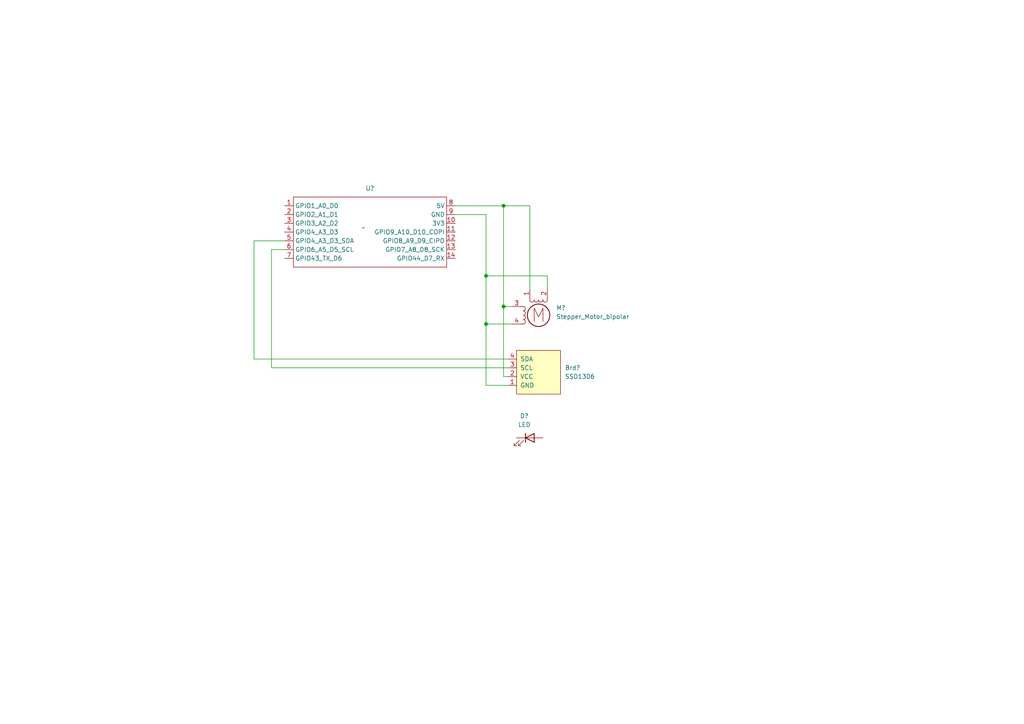
<source format=kicad_sch>
(kicad_sch (version 20230121) (generator eeschema)
  (paper "A4")
  (lib_symbols
    (symbol "Device:LED" (pin_numbers hide) (pin_names (offset 1.016) hide)
      (property "Reference" "D" (at 0 2.54 0))
      (property "Value" "LED" (at 0 -2.54 0))
      (symbol "LED_0_1"
        (polyline (pts (xy -1.27 -1.27) (xy -1.27 1.27)) (stroke (width 0.254)))
        (polyline (pts (xy -1.27 0) (xy 1.27 0)))
        (polyline (pts (xy 1.27 -1.27) (xy 1.27 1.27) (xy -1.27 0) (xy 1.27 -1.27)) (stroke (width 0.254)))
        (polyline (pts (xy -3.048 -0.762) (xy -4.572 -2.286) (xy -3.81 -2.286) (xy -4.572 -2.286) (xy -4.572 -1.524)))
        (polyline (pts (xy -1.778 -0.762) (xy -3.302 -2.286) (xy -2.54 -2.286) (xy -3.302 -2.286) (xy -3.302 -1.524)))
      )
      (symbol "LED_1_1"
        (pin passive line (at -3.81 0 0) (length 2.54) (name "K") (number "1"))
        (pin passive line (at 3.81 0 180) (length 2.54) (name "A") (number "2"))
      )
    )
    (symbol "Motor:Stepper_Motor_bipolar" (pin_names (offset 0) hide)
      (property "Reference" "M" (at 3.81 2.54 0))
      (property "Value" "Stepper_Motor_bipolar" (at 3.81 1.27 0))
      (symbol "Stepper_Motor_bipolar_0_0"
        (polyline (pts (xy -1.27 -1.778) (xy -1.27 2.032) (xy 0 -0.508) (xy 1.27 2.032) (xy 1.27 -1.778)))
      )
      (symbol "Stepper_Motor_bipolar_0_1"
        (arc (start -4.445 -2.54) (mid -3.8127 -1.905) (end -4.445 -1.27))
        (arc (start -4.445 -1.27) (mid -3.8127 -0.635) (end -4.445 0))
        (arc (start -4.445 0) (mid -3.8127 0.635) (end -4.445 1.27))
        (arc (start -4.445 1.27) (mid -3.8127 1.905) (end -4.445 2.54))
        (arc (start -2.54 4.445) (mid -1.905 3.8127) (end -1.27 4.445))
        (arc (start -1.27 4.445) (mid -0.635 3.8127) (end 0 4.445))
        (polyline (pts (xy -5.08 -2.54) (xy -4.445 -2.54)))
        (polyline (pts (xy -5.08 2.54) (xy -4.445 2.54)))
        (polyline (pts (xy -2.54 5.08) (xy -2.54 4.445)))
        (polyline (pts (xy 2.54 5.08) (xy 2.54 4.445)))
        (circle (center 0 0) (radius 3.2512) (stroke (width 0.254)))
        (arc (start 0 4.445) (mid 0.635 3.8127) (end 1.27 4.445))
        (arc (start 1.27 4.445) (mid 1.905 3.8127) (end 2.54 4.445))
      )
      (symbol "Stepper_Motor_bipolar_1_1"
        (pin passive line (at -2.54 7.62 270) (length 2.54) (name "~") (number "1"))
        (pin passive line (at 2.54 7.62 270) (length 2.54) (name "-") (number "2"))
        (pin passive line (at -7.62 2.54 0) (length 2.54) (name "~") (number "3"))
        (pin passive line (at -7.62 -2.54 0) (length 2.54) (name "~") (number "4"))
      )
    )
    (symbol "OLED:SSD1306" (pin_names (offset 1.016))
      (property "Reference" "Brd" (at 0 -3.81 0))
      (property "Value" "SSD1306" (at 0 -1.27 0))
      (symbol "SSD1306_0_1"
        (rectangle (start -6.35 6.35) (end 6.35 -6.35) (fill (type background)))
      )
      (symbol "SSD1306_1_1"
        (pin input line (at -3.81 8.89 270) (length 2.54) (name "GND") (number "1"))
        (pin input line (at -1.27 8.89 270) (length 2.54) (name "VCC") (number "2"))
        (pin input line (at 1.27 8.89 270) (length 2.54) (name "SCL") (number "3"))
        (pin input line (at 3.81 8.89 270) (length 2.54) (name "SDA") (number "4"))
      )
    )
    (symbol "demo:XIAO_ESP32_SENSE"
      (property "Reference" "U" (at 0 0 0))
      (symbol "XIAO_ESP32_SENSE_0_1"
        (polyline (pts (xy -20.32 8.89) (xy -20.32 -11.43) (xy 24.13 -11.43) (xy 24.13 8.89) (xy -20.32 8.89)))
      )
      (symbol "XIAO_ESP32_SENSE_1_1"
        (pin bidirectional line (at -22.86 6.35 0) (length 2.54) (name "GPIO1_A0_D0") (number "1"))
        (pin bidirectional line (at 26.67 1.27 180) (length 2.54) (name "3V3") (number "10"))
        (pin bidirectional line (at 26.67 -1.27 180) (length 2.54) (name "GPIO9_A10_D10_COPI") (number "11"))
        (pin bidirectional line (at 26.67 -3.81 180) (length 2.54) (name "GPIO8_A9_D9_CIPO") (number "12"))
        (pin bidirectional line (at 26.67 -6.35 180) (length 2.54) (name "GPIO7_A8_D8_SCK") (number "13"))
        (pin bidirectional line (at 26.67 -8.89 180) (length 2.54) (name "GPIO44_D7_RX") (number "14"))
        (pin bidirectional line (at -22.86 3.81 0) (length 2.54) (name "GPIO2_A1_D1") (number "2"))
        (pin bidirectional line (at -22.86 1.27 0) (length 2.54) (name "GPIO3_A2_D2") (number "3"))
        (pin bidirectional line (at -22.86 -1.27 0) (length 2.54) (name "GPIO4_A3_D3") (number "4"))
        (pin bidirectional line (at -22.86 -3.81 0) (length 2.54) (name "GPIO4_A3_D3_SDA") (number "5"))
        (pin bidirectional line (at -22.86 -6.35 0) (length 2.54) (name "GPIO6_A5_D5_SCL") (number "6"))
        (pin bidirectional line (at -22.86 -8.89 0) (length 2.54) (name "GPIO43_TX_D6") (number "7"))
        (pin bidirectional line (at 26.67 6.35 180) (length 2.54) (name "5V") (number "8"))
        (pin bidirectional line (at 26.67 3.81 180) (length 2.54) (name "GND") (number "9"))
      )
    )
  )
  (junction (at 146.05 88.9))
  (junction (at 146.05 59.69))
  (junction (at 140.97 93.98))
  (junction (at 140.97 80.01))
  (wire (pts (xy 140.97 93.98) (xy 148.59 93.98)))
  (wire (pts (xy 140.97 62.23) (xy 140.97 80.01)))
  (wire (pts (xy 140.97 80.01) (xy 140.97 93.98)))
  (wire (pts (xy 78.74 106.68) (xy 147.32 106.68)))
  (wire (pts (xy 146.05 109.22) (xy 147.32 109.22)))
  (wire (pts (xy 73.66 69.85) (xy 73.66 104.14)))
  (wire (pts (xy 82.55 69.85) (xy 73.66 69.85)))
  (wire (pts (xy 140.97 111.76) (xy 147.32 111.76)))
  (wire (pts (xy 158.75 80.01) (xy 140.97 80.01)))
  (wire (pts (xy 132.08 59.69) (xy 146.05 59.69)))
  (wire (pts (xy 146.05 59.69) (xy 153.67 59.69)))
  (wire (pts (xy 73.66 104.14) (xy 147.32 104.14)))
  (wire (pts (xy 146.05 88.9) (xy 146.05 109.22)))
  (wire (pts (xy 146.05 59.69) (xy 146.05 88.9)))
  (wire (pts (xy 153.67 59.69) (xy 153.67 83.82)))
  (wire (pts (xy 132.08 62.23) (xy 140.97 62.23)))
  (wire (pts (xy 146.05 88.9) (xy 148.59 88.9)))
  (wire (pts (xy 140.97 93.98) (xy 140.97 111.76)))
  (wire (pts (xy 158.75 83.82) (xy 158.75 80.01)))
  (wire (pts (xy 78.74 72.39) (xy 82.55 72.39)))
  (wire (pts (xy 78.74 72.39) (xy 78.74 106.68)))
  (symbol (lib_id "Motor:Stepper_Motor_bipolar") (at 156.21 91.44 0) (unit 1)
    (property "Reference" "M?" (at 161.29 89.3191 0) (effects (justify left)))
    (property "Value" "Stepper_Motor_bipolar" (at 161.29 91.8591 0) (effects (justify left)))
    (property "Datasheet" "http://www.infineon.com/dgdl/Application-Note-TLE8110EE_driving_UniPolarStepperMotor_V1.1.pdf?fileId=db3a30431be39b97011be5d0aa0a00b0" (effects hide))
  )
  (symbol (lib_id "Device:LED") (at 153.67 127 0) (unit 1)
    (property "Reference" "D?" (at 152.0825 120.65 0))
    (property "Value" "LED" (at 152.0825 123.19 0))
  )
  (symbol (lib_id "demo:XIAO_ESP32_SENSE") (at 105.41 66.04 0) (unit 1)
    (property "Reference" "U?" (at 107.315 54.61 0))
    (property "Value" "~" (at 105.41 66.04 0))
  )
  (symbol (lib_id "OLED:SSD1306") (at 156.21 107.95 90) (unit 1)
    (property "Reference" "Brd?" (at 163.83 106.68 90) (effects (justify right)))
    (property "Value" "SSD1306" (at 163.83 109.22 90) (effects (justify right)))
  )
)
</source>
